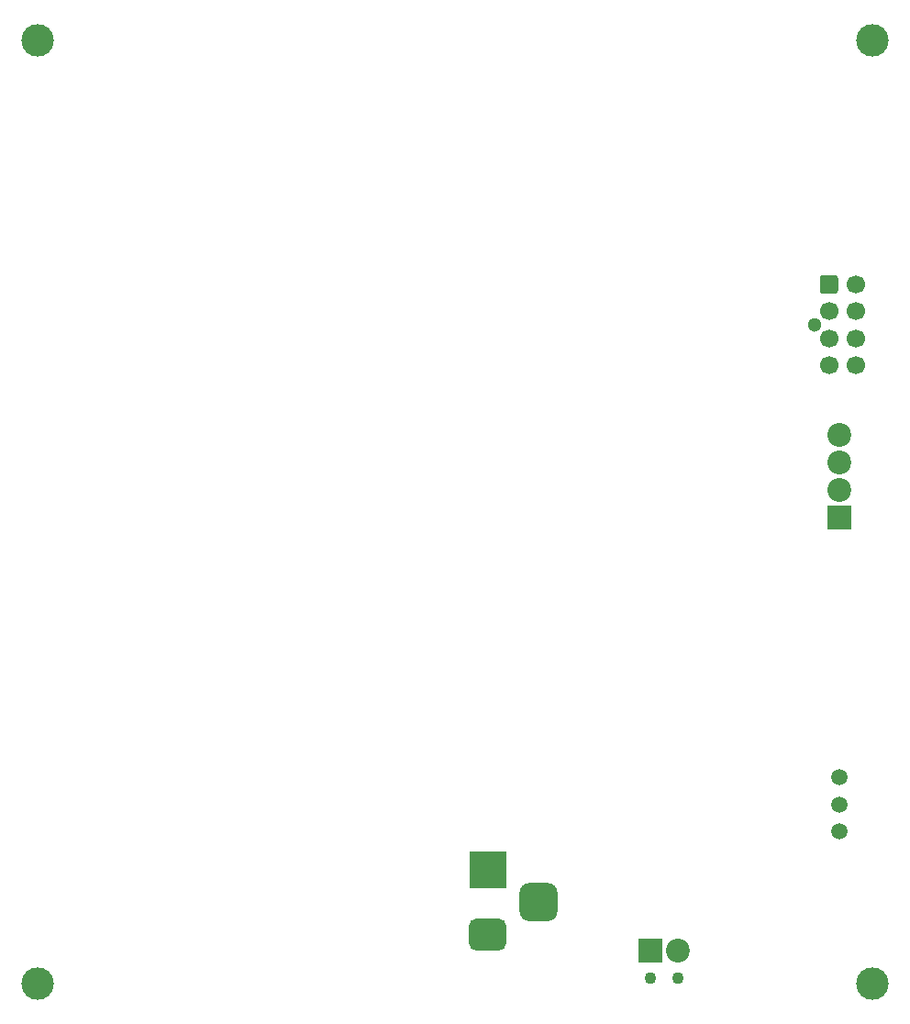
<source format=gbr>
%TF.GenerationSoftware,KiCad,Pcbnew,(5.1.8)-1*%
%TF.CreationDate,2021-03-29T13:59:47+02:00*%
%TF.ProjectId,GCM_powerSupply,47434d5f-706f-4776-9572-537570706c79,V1.0*%
%TF.SameCoordinates,PX43b5fc0PY29020c0*%
%TF.FileFunction,Soldermask,Bot*%
%TF.FilePolarity,Negative*%
%FSLAX46Y46*%
G04 Gerber Fmt 4.6, Leading zero omitted, Abs format (unit mm)*
G04 Created by KiCad (PCBNEW (5.1.8)-1) date 2021-03-29 13:59:47*
%MOMM*%
%LPD*%
G01*
G04 APERTURE LIST*
%ADD10R,2.200000X2.200000*%
%ADD11C,1.100000*%
%ADD12C,2.200000*%
%ADD13R,3.500000X3.500000*%
%ADD14C,1.700000*%
%ADD15C,1.300000*%
%ADD16C,3.000000*%
%ADD17C,1.500000*%
G04 APERTURE END LIST*
D10*
%TO.C,J1*%
X60500000Y-88000000D03*
D11*
X60500000Y-90540000D03*
D12*
X63040000Y-88000000D03*
D11*
X63040000Y-90540000D03*
%TD*%
D13*
%TO.C,J2*%
X45500000Y-80500000D03*
G36*
G01*
X46500000Y-88000000D02*
X44500000Y-88000000D01*
G75*
G02*
X43750000Y-87250000I0J750000D01*
G01*
X43750000Y-85750000D01*
G75*
G02*
X44500000Y-85000000I750000J0D01*
G01*
X46500000Y-85000000D01*
G75*
G02*
X47250000Y-85750000I0J-750000D01*
G01*
X47250000Y-87250000D01*
G75*
G02*
X46500000Y-88000000I-750000J0D01*
G01*
G37*
G36*
G01*
X51075000Y-85250000D02*
X49325000Y-85250000D01*
G75*
G02*
X48450000Y-84375000I0J875000D01*
G01*
X48450000Y-82625000D01*
G75*
G02*
X49325000Y-81750000I875000J0D01*
G01*
X51075000Y-81750000D01*
G75*
G02*
X51950000Y-82625000I0J-875000D01*
G01*
X51950000Y-84375000D01*
G75*
G02*
X51075000Y-85250000I-875000J0D01*
G01*
G37*
%TD*%
%TO.C,J3*%
G36*
G01*
X76150000Y-27100000D02*
X76150000Y-25900000D01*
G75*
G02*
X76400000Y-25650000I250000J0D01*
G01*
X77600000Y-25650000D01*
G75*
G02*
X77850000Y-25900000I0J-250000D01*
G01*
X77850000Y-27100000D01*
G75*
G02*
X77600000Y-27350000I-250000J0D01*
G01*
X76400000Y-27350000D01*
G75*
G02*
X76150000Y-27100000I0J250000D01*
G01*
G37*
D14*
X77000000Y-29000000D03*
X77000000Y-31500000D03*
X77000000Y-34000000D03*
X79500000Y-26500000D03*
X79500000Y-29000000D03*
X79500000Y-31500000D03*
X79500000Y-34000000D03*
D15*
X75660000Y-30250000D03*
%TD*%
D10*
%TO.C,J4*%
X78000000Y-48000000D03*
D12*
X78000000Y-45460000D03*
X78000000Y-42920000D03*
X78000000Y-40380000D03*
%TD*%
D16*
%TO.C,H1*%
X4000000Y-4000000D03*
%TD*%
%TO.C,H2*%
X81000000Y-4000000D03*
%TD*%
%TO.C,H3*%
X4000000Y-91000000D03*
%TD*%
%TO.C,H4*%
X81000000Y-91000000D03*
%TD*%
D17*
%TO.C,SW1*%
X78000000Y-77000000D03*
X78000000Y-74500000D03*
X78000000Y-72000000D03*
%TD*%
M02*

</source>
